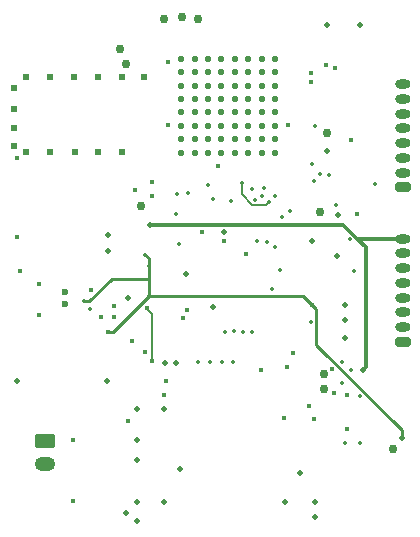
<source format=gbr>
%TF.GenerationSoftware,KiCad,Pcbnew,7.0.9*%
%TF.CreationDate,2024-02-01T14:48:51-08:00*%
%TF.ProjectId,sulu_ads1299,73756c75-5f61-4647-9331-3239392e6b69,rev?*%
%TF.SameCoordinates,Original*%
%TF.FileFunction,Copper,L3,Inr*%
%TF.FilePolarity,Positive*%
%FSLAX46Y46*%
G04 Gerber Fmt 4.6, Leading zero omitted, Abs format (unit mm)*
G04 Created by KiCad (PCBNEW 7.0.9) date 2024-02-01 14:48:51*
%MOMM*%
%LPD*%
G01*
G04 APERTURE LIST*
G04 Aperture macros list*
%AMRoundRect*
0 Rectangle with rounded corners*
0 $1 Rounding radius*
0 $2 $3 $4 $5 $6 $7 $8 $9 X,Y pos of 4 corners*
0 Add a 4 corners polygon primitive as box body*
4,1,4,$2,$3,$4,$5,$6,$7,$8,$9,$2,$3,0*
0 Add four circle primitives for the rounded corners*
1,1,$1+$1,$2,$3*
1,1,$1+$1,$4,$5*
1,1,$1+$1,$6,$7*
1,1,$1+$1,$8,$9*
0 Add four rect primitives between the rounded corners*
20,1,$1+$1,$2,$3,$4,$5,0*
20,1,$1+$1,$4,$5,$6,$7,0*
20,1,$1+$1,$6,$7,$8,$9,0*
20,1,$1+$1,$8,$9,$2,$3,0*%
G04 Aperture macros list end*
%TA.AperFunction,ComponentPad*%
%ADD10C,0.762000*%
%TD*%
%TA.AperFunction,ComponentPad*%
%ADD11RoundRect,0.250000X-0.625000X0.350000X-0.625000X-0.350000X0.625000X-0.350000X0.625000X0.350000X0*%
%TD*%
%TA.AperFunction,ComponentPad*%
%ADD12O,1.750000X1.200000*%
%TD*%
%TA.AperFunction,ComponentPad*%
%ADD13RoundRect,0.200000X0.450000X-0.200000X0.450000X0.200000X-0.450000X0.200000X-0.450000X-0.200000X0*%
%TD*%
%TA.AperFunction,ComponentPad*%
%ADD14O,1.300000X0.800000*%
%TD*%
%TA.AperFunction,ComponentPad*%
%ADD15C,0.568750*%
%TD*%
%TA.AperFunction,ComponentPad*%
%ADD16C,0.600000*%
%TD*%
%TA.AperFunction,ViaPad*%
%ADD17C,0.609600*%
%TD*%
%TA.AperFunction,ViaPad*%
%ADD18C,0.500000*%
%TD*%
%TA.AperFunction,ViaPad*%
%ADD19C,0.350000*%
%TD*%
%TA.AperFunction,ViaPad*%
%ADD20C,0.400000*%
%TD*%
%TA.AperFunction,Conductor*%
%ADD21C,0.254000*%
%TD*%
%TA.AperFunction,Conductor*%
%ADD22C,0.304800*%
%TD*%
%TA.AperFunction,Conductor*%
%ADD23C,0.203200*%
%TD*%
G04 APERTURE END LIST*
D10*
%TO.N,Net-(J11-pin)*%
%TO.C,J11*%
X94996000Y-55880000D03*
%TD*%
%TO.N,Net-(J8-pin)*%
%TO.C,J8*%
X94488000Y-54610000D03*
%TD*%
D11*
%TO.N,+EXT_BAT*%
%TO.C,J2*%
X88087200Y-87782400D03*
D12*
%TO.N,GND*%
X88087200Y-89782400D03*
%TD*%
D13*
%TO.N,+EXT_BAT*%
%TO.C,J1*%
X118433000Y-66351000D03*
D14*
%TO.N,/HARD_RESET*%
X118433000Y-65101000D03*
%TO.N,/3WB_DATA*%
X118433000Y-63851000D03*
%TO.N,/3WB_ENB*%
X118433000Y-62601000D03*
%TO.N,/3WB_CLK*%
X118433000Y-61351000D03*
%TO.N,/RsRx*%
X118433000Y-60101000D03*
%TO.N,/RsTx*%
X118433000Y-58851000D03*
%TO.N,GND*%
X118433000Y-57601000D03*
%TD*%
D10*
%TO.N,Net-(U4-CLK)*%
%TO.C,TP3*%
X111379000Y-68453000D03*
%TD*%
%TO.N,Net-(J20-pin)*%
%TO.C,J20*%
X96266000Y-67945000D03*
%TD*%
D15*
%TO.N,GND*%
%TO.C,U5*%
X99650750Y-55454750D03*
X99650750Y-56592250D03*
X99650750Y-57729750D03*
X99650750Y-58867250D03*
X99650750Y-60004750D03*
X99650750Y-61142250D03*
X99650750Y-62279750D03*
X99650750Y-63417250D03*
X100788250Y-55454750D03*
X100788250Y-56592250D03*
X100788250Y-57729750D03*
X100788250Y-58867250D03*
X100788250Y-60004750D03*
X100788250Y-61142250D03*
X100788250Y-62279750D03*
X100788250Y-63417250D03*
X101925750Y-55454750D03*
X101925750Y-56592250D03*
X101925750Y-57729750D03*
X101925750Y-58867250D03*
X101925750Y-60004750D03*
X101925750Y-61142250D03*
X101925750Y-62279750D03*
X101925750Y-63417250D03*
X103063250Y-55454750D03*
X103063250Y-56592250D03*
X103063250Y-57729750D03*
X103063250Y-58867250D03*
X103063250Y-60004750D03*
X103063250Y-61142250D03*
X103063250Y-62279750D03*
X103063250Y-63417250D03*
X104200750Y-55454750D03*
X104200750Y-56592250D03*
X104200750Y-57729750D03*
X104200750Y-58867250D03*
X104200750Y-60004750D03*
X104200750Y-61142250D03*
X104200750Y-62279750D03*
X104200750Y-63417250D03*
X105338250Y-55454750D03*
X105338250Y-56592250D03*
X105338250Y-57729750D03*
X105338250Y-58867250D03*
X105338250Y-60004750D03*
X105338250Y-61142250D03*
X105338250Y-62279750D03*
X105338250Y-63417250D03*
X106475750Y-55454750D03*
X106475750Y-56592250D03*
X106475750Y-57729750D03*
X106475750Y-58867250D03*
X106475750Y-60004750D03*
X106475750Y-61142250D03*
X106475750Y-62279750D03*
X106475750Y-63417250D03*
X107613250Y-55454750D03*
X107613250Y-56592250D03*
X107613250Y-57729750D03*
X107613250Y-58867250D03*
X107613250Y-60004750D03*
X107613250Y-61142250D03*
X107613250Y-62279750D03*
X107613250Y-63417250D03*
%TD*%
D10*
%TO.N,Net-(J4-pin)*%
%TO.C,J4*%
X98171000Y-52070000D03*
%TD*%
%TO.N,/ADS_IN1N_CONN*%
%TO.C,TP2*%
X111760000Y-82169000D03*
%TD*%
%TO.N,Net-(J5-pin)*%
%TO.C,J5*%
X99695000Y-51943000D03*
%TD*%
%TO.N,Net-(J6-pin)*%
%TO.C,J6*%
X101092000Y-52070000D03*
%TD*%
%TO.N,/SCUM_GPIO5*%
%TO.C,TP4*%
X117576600Y-88519000D03*
%TD*%
D16*
%TO.N,GND*%
%TO.C,U3*%
X89804200Y-75246800D03*
X89804200Y-76246800D03*
%TD*%
D10*
%TO.N,Net-(J16-pin)*%
%TO.C,J16*%
X112014000Y-61722000D03*
%TD*%
D13*
%TO.N,/SCUM_GPIO0*%
%TO.C,J7*%
X118433000Y-79432000D03*
D14*
%TO.N,/SCUM_GPIO3*%
X118433000Y-78182000D03*
%TO.N,/SCUM_GPIO11*%
X118433000Y-76932000D03*
%TO.N,/SCUM_GPIO12*%
X118433000Y-75682000D03*
%TO.N,/SCUM_GPIO13*%
X118433000Y-74432000D03*
%TO.N,/SCUM_GPIO14*%
X118433000Y-73182000D03*
%TO.N,/+1.8V_SCUM*%
X118433000Y-71932000D03*
%TO.N,/+1.8V_ADS*%
X118433000Y-70682000D03*
%TD*%
D10*
%TO.N,/ADS_IN1P_CONN*%
%TO.C,TP1*%
X111760000Y-83439000D03*
%TD*%
D17*
%TO.N,GND*%
X96520000Y-57023000D03*
D18*
X113538000Y-76327000D03*
X113538000Y-77597000D03*
D17*
X88519000Y-57023000D03*
X86487000Y-57023000D03*
X85471000Y-61341000D03*
D18*
X98196400Y-85090000D03*
X103251000Y-70104000D03*
X100076000Y-73660000D03*
X112014000Y-52578000D03*
X108458000Y-92964000D03*
X95885000Y-85090000D03*
X98171000Y-92964000D03*
D17*
X85471000Y-62865000D03*
D18*
X102362000Y-76454000D03*
D17*
X90678000Y-63373000D03*
D18*
X98272600Y-81229200D03*
X95885000Y-94615000D03*
X110998000Y-94234000D03*
D17*
X85471000Y-59690000D03*
X92583000Y-57023000D03*
D18*
X93472000Y-71755000D03*
X110744000Y-70866000D03*
D17*
X92583000Y-63373000D03*
X86487000Y-63373000D03*
X88519000Y-63373000D03*
D18*
X95123000Y-75692000D03*
X112903000Y-68707000D03*
D17*
X94615000Y-63373000D03*
D18*
X99212400Y-81254600D03*
D17*
X94615000Y-57023000D03*
D18*
X113538000Y-79121000D03*
X109728000Y-90551000D03*
D19*
X110947200Y-61112400D03*
D18*
X95885000Y-89408000D03*
X95885000Y-92964000D03*
D17*
X90551000Y-57023000D03*
D18*
X112014000Y-63246000D03*
X95885000Y-87757000D03*
X93472000Y-70358000D03*
X112842000Y-72136000D03*
X110998000Y-92964000D03*
X114808000Y-52578000D03*
D17*
X85471000Y-57912000D03*
D18*
%TO.N,+EXT_BAT*%
X93373500Y-82753200D03*
D19*
%TO.N,+5V_REG*%
X96901000Y-74066400D03*
X96901000Y-73025000D03*
D20*
X93497400Y-78590200D03*
D19*
X96901000Y-75539600D03*
D20*
X110744000Y-76327000D03*
D18*
X118313200Y-87604600D03*
D19*
X96570800Y-72034400D03*
X91389200Y-75996800D03*
D20*
%TO.N,/+1.8V_SCUM*%
X98552000Y-55753000D03*
X102743000Y-64516000D03*
X95758000Y-66548000D03*
X114554000Y-68580000D03*
X108712000Y-61087000D03*
X98552000Y-61087000D03*
D18*
%TO.N,/+1.8V_ADS*%
X97000000Y-69497000D03*
X115064000Y-81788000D03*
%TO.N,/EXT_BAT_SW*%
X85750400Y-82778600D03*
D20*
X91998800Y-75031600D03*
D19*
X91897200Y-76606400D03*
D20*
X86004400Y-73431400D03*
X87579200Y-74498200D03*
X87655400Y-77139800D03*
X85725000Y-70510400D03*
X85725000Y-63881000D03*
%TO.N,/ADS_IN2N*%
X95504000Y-79354300D03*
X96596200Y-80314800D03*
%TO.N,/ADS_IN1N*%
X106454000Y-81788000D03*
X99771200Y-77393800D03*
X108585000Y-81557000D03*
X93954600Y-77361300D03*
%TO.N,/ADS_IN1P*%
X93954600Y-76391300D03*
X100177600Y-76758800D03*
X92862400Y-77361300D03*
D19*
%TO.N,/ADS_IN4N*%
X101092000Y-81153000D03*
X103378000Y-78613000D03*
%TO.N,/ADS_IN4P*%
X102108000Y-81153000D03*
X104140000Y-78486000D03*
%TO.N,/ADS_IN3N*%
X104902000Y-78613000D03*
X103124000Y-81153000D03*
%TO.N,/ADS_IN3P*%
X104013000Y-81153000D03*
X105664000Y-78613000D03*
%TO.N,/~{ADS_PWDN}*%
X113919000Y-70739000D03*
X113563400Y-88011000D03*
X114044000Y-81788000D03*
X107569000Y-71374000D03*
D20*
%TO.N,/HARD_RESET*%
X114046000Y-62357000D03*
D19*
%TO.N,/3WB_DATA*%
X116078000Y-66040000D03*
X112776000Y-67818000D03*
%TO.N,/3WB_ENB*%
X110871000Y-65786000D03*
X108839000Y-68326000D03*
%TO.N,/3WB_CLK*%
X108204000Y-68834000D03*
X112140074Y-65261531D03*
%TO.N,/RsRx*%
X111379000Y-65187818D03*
X107605220Y-67100211D03*
%TO.N,/RsTx*%
X110744000Y-64389000D03*
X106680000Y-66421000D03*
D18*
%TO.N,/ADS_IN4P_CONN*%
X99568000Y-90170000D03*
X94970600Y-93903800D03*
D20*
%TO.N,Net-(U5-AUX_LDO_OUTPUT)*%
X110617000Y-57404000D03*
X112649000Y-56261000D03*
%TO.N,Net-(J20-pin)*%
X97155000Y-65913000D03*
%TO.N,/SCUM_GPIO0*%
X97155000Y-67056000D03*
%TO.N,/SCUM_GPIO1*%
X90525600Y-92913200D03*
X98221800Y-83947000D03*
X98374200Y-82727800D03*
D19*
X99441000Y-71120000D03*
X99187000Y-68580000D03*
D20*
X110490000Y-84886800D03*
D19*
X99314000Y-66929000D03*
D20*
%TO.N,/SCUM_GPIO2*%
X109093000Y-80391000D03*
X90525600Y-87731600D03*
D19*
X100203000Y-66802000D03*
X110617000Y-77724000D03*
D20*
X110871000Y-85979000D03*
%TO.N,/SCUM_GPIO3*%
X101422200Y-70129400D03*
D19*
%TO.N,/SCUM_GPIO5*%
X114833400Y-88011000D03*
X113284000Y-82931000D03*
X101930200Y-66116200D03*
X114300000Y-73406000D03*
X114757200Y-83997800D03*
X106934000Y-70993000D03*
X113284000Y-81153000D03*
X105882000Y-67401000D03*
%TO.N,/SCUM_GPIO11*%
X107365800Y-74980800D03*
%TO.N,/SCUM_GPIO12*%
X108026200Y-73380600D03*
X107061000Y-67614800D03*
X104775000Y-66014600D03*
D20*
%TO.N,/SCUM_GPIO13*%
X103301800Y-70916800D03*
D19*
X102387400Y-67335400D03*
X105613200Y-66471800D03*
D20*
%TO.N,/SCUM_GPIO14*%
X105181400Y-72009000D03*
D19*
X103886000Y-67538600D03*
X106527600Y-67106800D03*
D20*
%TO.N,/SELF_TEST_P*%
X112420400Y-81686400D03*
X113690400Y-83947000D03*
%TO.N,/SELF_TEST_N*%
X113715800Y-86766400D03*
X112598200Y-83743800D03*
%TO.N,Net-(U5-VDDD_DISABLE)*%
X110617000Y-56642000D03*
X111887000Y-56007000D03*
D19*
%TO.N,Net-(U4-CLK)*%
X106045000Y-70866000D03*
D20*
%TO.N,/ADS1299/BIASINV*%
X96723200Y-76555600D03*
X97205800Y-81026000D03*
%TO.N,/ADS_BIAS_ELEC*%
X95123000Y-86106000D03*
X108331000Y-85852000D03*
%TD*%
D21*
%TO.N,+5V_REG*%
X109956600Y-75539600D02*
X110744000Y-76327000D01*
X93850400Y-78590200D02*
X93497400Y-78590200D01*
X96901000Y-72364600D02*
X96570800Y-72034400D01*
X118313200Y-86863607D02*
X118313200Y-87604600D01*
X111099600Y-76682600D02*
X111099600Y-79650007D01*
X111099600Y-79650007D02*
X118313200Y-86863607D01*
X110744000Y-76327000D02*
X111099600Y-76682600D01*
X96901000Y-74066400D02*
X96901000Y-72364600D01*
X91389200Y-75996800D02*
X91846400Y-75996800D01*
X91846400Y-75996800D02*
X93776800Y-74066400D01*
X96901000Y-74066400D02*
X96901000Y-75539600D01*
X93776800Y-74066400D02*
X96901000Y-74066400D01*
X96901000Y-75539600D02*
X93850400Y-78590200D01*
X96901000Y-75539600D02*
X109956600Y-75539600D01*
D22*
%TO.N,/+1.8V_ADS*%
X114581558Y-70685400D02*
X113393158Y-69497000D01*
X115265200Y-81586800D02*
X115064000Y-81788000D01*
X113393158Y-69497000D02*
X97000000Y-69497000D01*
X118433000Y-70682000D02*
X118429600Y-70685400D01*
X114581558Y-70685400D02*
X115265200Y-71369042D01*
X118429600Y-70685400D02*
X114581558Y-70685400D01*
X115265200Y-71369042D02*
X115265200Y-81586800D01*
D23*
%TO.N,/SCUM_GPIO12*%
X104775000Y-66938316D02*
X105693284Y-67856600D01*
X106819200Y-67856600D02*
X107061000Y-67614800D01*
X104775000Y-66014600D02*
X104775000Y-66938316D01*
X105693284Y-67856600D02*
X106819200Y-67856600D01*
%TO.N,/ADS1299/BIASINV*%
X97205800Y-81026000D02*
X97205800Y-77089000D01*
X97205800Y-77089000D02*
X96672400Y-76555600D01*
%TD*%
M02*

</source>
